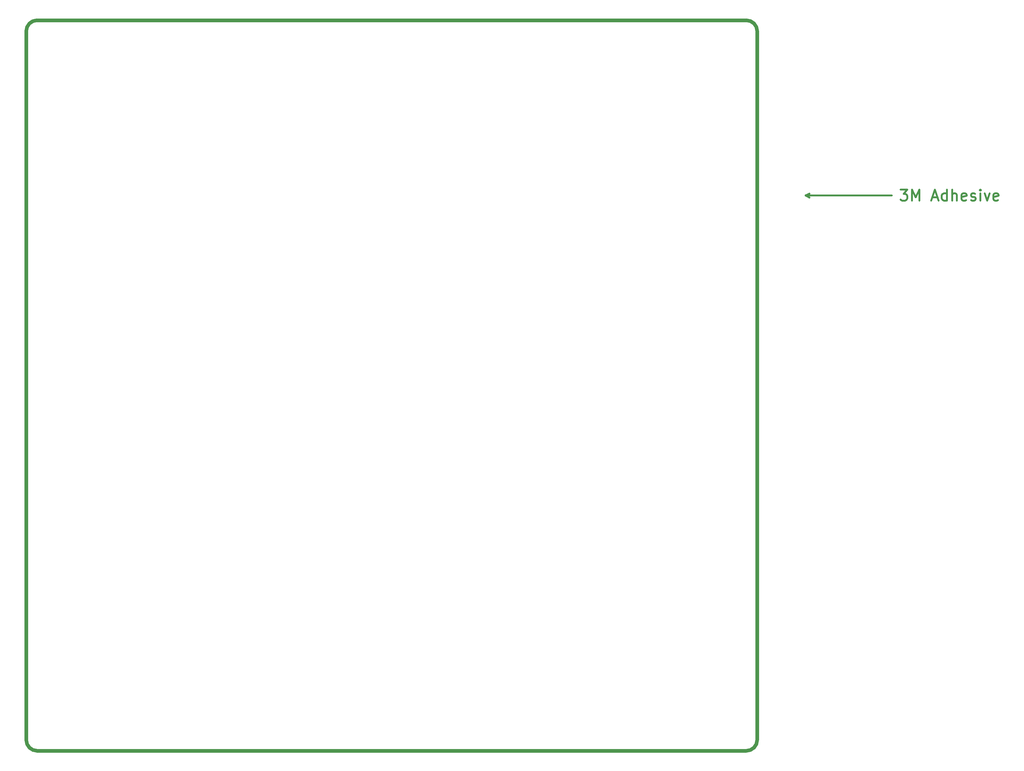
<source format=gbr>
%TF.GenerationSoftware,KiCad,Pcbnew,7.0.6*%
%TF.CreationDate,2023-10-22T02:20:42+00:00*%
%TF.ProjectId,HeatedBedFoil,48656174-6564-4426-9564-466f696c2e6b,rev?*%
%TF.SameCoordinates,Original*%
%TF.FileFunction,Other,User*%
%FSLAX46Y46*%
G04 Gerber Fmt 4.6, Leading zero omitted, Abs format (unit mm)*
G04 Created by KiCad (PCBNEW 7.0.6) date 2023-10-22 02:20:42*
%MOMM*%
%LPD*%
G01*
G04 APERTURE LIST*
%ADD10C,1.000000*%
%ADD11C,0.500000*%
G04 APERTURE END LIST*
D10*
X237000000Y-240000000D02*
X43000000Y-240000000D01*
X43000000Y-40000000D02*
G75*
G03*
X40000000Y-43000000I0J-3000000D01*
G01*
X40000000Y-237000000D02*
G75*
G03*
X43000000Y-240000000I3000000J0D01*
G01*
X237000000Y-240000000D02*
G75*
G03*
X240000000Y-237000000I0J3000000D01*
G01*
X43000000Y-40000000D02*
X237000000Y-40000000D01*
X40000000Y-237000000D02*
X40000000Y-43000000D01*
X240000000Y-43000000D02*
G75*
G03*
X237000000Y-40000000I-3000000J0D01*
G01*
X240000000Y-43000000D02*
X240000000Y-237000000D01*
D11*
X279200000Y-86361857D02*
X281057143Y-86361857D01*
X281057143Y-86361857D02*
X280057143Y-87504714D01*
X280057143Y-87504714D02*
X280485714Y-87504714D01*
X280485714Y-87504714D02*
X280771429Y-87647571D01*
X280771429Y-87647571D02*
X280914286Y-87790428D01*
X280914286Y-87790428D02*
X281057143Y-88076142D01*
X281057143Y-88076142D02*
X281057143Y-88790428D01*
X281057143Y-88790428D02*
X280914286Y-89076142D01*
X280914286Y-89076142D02*
X280771429Y-89219000D01*
X280771429Y-89219000D02*
X280485714Y-89361857D01*
X280485714Y-89361857D02*
X279628571Y-89361857D01*
X279628571Y-89361857D02*
X279342857Y-89219000D01*
X279342857Y-89219000D02*
X279200000Y-89076142D01*
X282342857Y-89361857D02*
X282342857Y-86361857D01*
X282342857Y-86361857D02*
X283342857Y-88504714D01*
X283342857Y-88504714D02*
X284342857Y-86361857D01*
X284342857Y-86361857D02*
X284342857Y-89361857D01*
X287914285Y-88504714D02*
X289342857Y-88504714D01*
X287628571Y-89361857D02*
X288628571Y-86361857D01*
X288628571Y-86361857D02*
X289628571Y-89361857D01*
X291914286Y-89361857D02*
X291914286Y-86361857D01*
X291914286Y-89219000D02*
X291628571Y-89361857D01*
X291628571Y-89361857D02*
X291057143Y-89361857D01*
X291057143Y-89361857D02*
X290771428Y-89219000D01*
X290771428Y-89219000D02*
X290628571Y-89076142D01*
X290628571Y-89076142D02*
X290485714Y-88790428D01*
X290485714Y-88790428D02*
X290485714Y-87933285D01*
X290485714Y-87933285D02*
X290628571Y-87647571D01*
X290628571Y-87647571D02*
X290771428Y-87504714D01*
X290771428Y-87504714D02*
X291057143Y-87361857D01*
X291057143Y-87361857D02*
X291628571Y-87361857D01*
X291628571Y-87361857D02*
X291914286Y-87504714D01*
X293342857Y-89361857D02*
X293342857Y-86361857D01*
X294628572Y-89361857D02*
X294628572Y-87790428D01*
X294628572Y-87790428D02*
X294485714Y-87504714D01*
X294485714Y-87504714D02*
X294200000Y-87361857D01*
X294200000Y-87361857D02*
X293771429Y-87361857D01*
X293771429Y-87361857D02*
X293485714Y-87504714D01*
X293485714Y-87504714D02*
X293342857Y-87647571D01*
X297200000Y-89219000D02*
X296914286Y-89361857D01*
X296914286Y-89361857D02*
X296342858Y-89361857D01*
X296342858Y-89361857D02*
X296057143Y-89219000D01*
X296057143Y-89219000D02*
X295914286Y-88933285D01*
X295914286Y-88933285D02*
X295914286Y-87790428D01*
X295914286Y-87790428D02*
X296057143Y-87504714D01*
X296057143Y-87504714D02*
X296342858Y-87361857D01*
X296342858Y-87361857D02*
X296914286Y-87361857D01*
X296914286Y-87361857D02*
X297200000Y-87504714D01*
X297200000Y-87504714D02*
X297342858Y-87790428D01*
X297342858Y-87790428D02*
X297342858Y-88076142D01*
X297342858Y-88076142D02*
X295914286Y-88361857D01*
X298485715Y-89219000D02*
X298771429Y-89361857D01*
X298771429Y-89361857D02*
X299342858Y-89361857D01*
X299342858Y-89361857D02*
X299628572Y-89219000D01*
X299628572Y-89219000D02*
X299771429Y-88933285D01*
X299771429Y-88933285D02*
X299771429Y-88790428D01*
X299771429Y-88790428D02*
X299628572Y-88504714D01*
X299628572Y-88504714D02*
X299342858Y-88361857D01*
X299342858Y-88361857D02*
X298914287Y-88361857D01*
X298914287Y-88361857D02*
X298628572Y-88219000D01*
X298628572Y-88219000D02*
X298485715Y-87933285D01*
X298485715Y-87933285D02*
X298485715Y-87790428D01*
X298485715Y-87790428D02*
X298628572Y-87504714D01*
X298628572Y-87504714D02*
X298914287Y-87361857D01*
X298914287Y-87361857D02*
X299342858Y-87361857D01*
X299342858Y-87361857D02*
X299628572Y-87504714D01*
X301057143Y-89361857D02*
X301057143Y-87361857D01*
X301057143Y-86361857D02*
X300914286Y-86504714D01*
X300914286Y-86504714D02*
X301057143Y-86647571D01*
X301057143Y-86647571D02*
X301200000Y-86504714D01*
X301200000Y-86504714D02*
X301057143Y-86361857D01*
X301057143Y-86361857D02*
X301057143Y-86647571D01*
X302200000Y-87361857D02*
X302914286Y-89361857D01*
X302914286Y-89361857D02*
X303628571Y-87361857D01*
X305914285Y-89219000D02*
X305628571Y-89361857D01*
X305628571Y-89361857D02*
X305057143Y-89361857D01*
X305057143Y-89361857D02*
X304771428Y-89219000D01*
X304771428Y-89219000D02*
X304628571Y-88933285D01*
X304628571Y-88933285D02*
X304628571Y-87790428D01*
X304628571Y-87790428D02*
X304771428Y-87504714D01*
X304771428Y-87504714D02*
X305057143Y-87361857D01*
X305057143Y-87361857D02*
X305628571Y-87361857D01*
X305628571Y-87361857D02*
X305914285Y-87504714D01*
X305914285Y-87504714D02*
X306057143Y-87790428D01*
X306057143Y-87790428D02*
X306057143Y-88076142D01*
X306057143Y-88076142D02*
X304628571Y-88361857D01*
X253200000Y-88000000D02*
X276821429Y-88000000D01*
X253200000Y-88000000D02*
X254326504Y-87413579D01*
X253200000Y-88000000D02*
X254326504Y-88586421D01*
X253200000Y-88000000D02*
X276821429Y-88000000D01*
X253200000Y-88000000D02*
X254326504Y-87413579D01*
X253200000Y-88000000D02*
X254326504Y-88586421D01*
M02*

</source>
